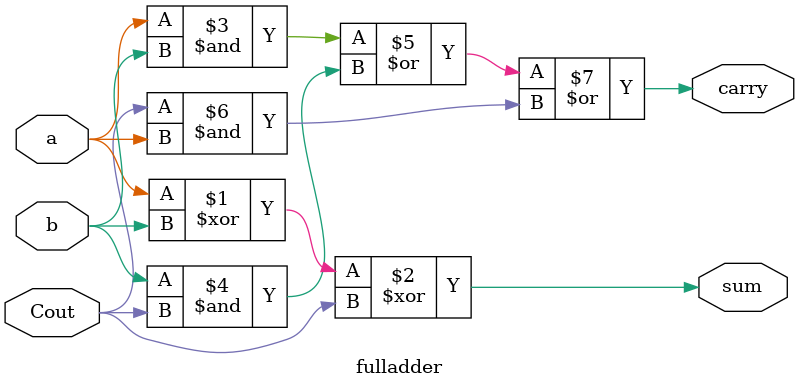
<source format=v>
`timescale 1ns / 1ps

module fulladder(
output sum,carry,
input a,b,Cout
    );
    assign sum = a ^ b ^ Cout;
    assign carry = (a & b) | (b & Cout) | (Cout & a);
endmodule

</source>
